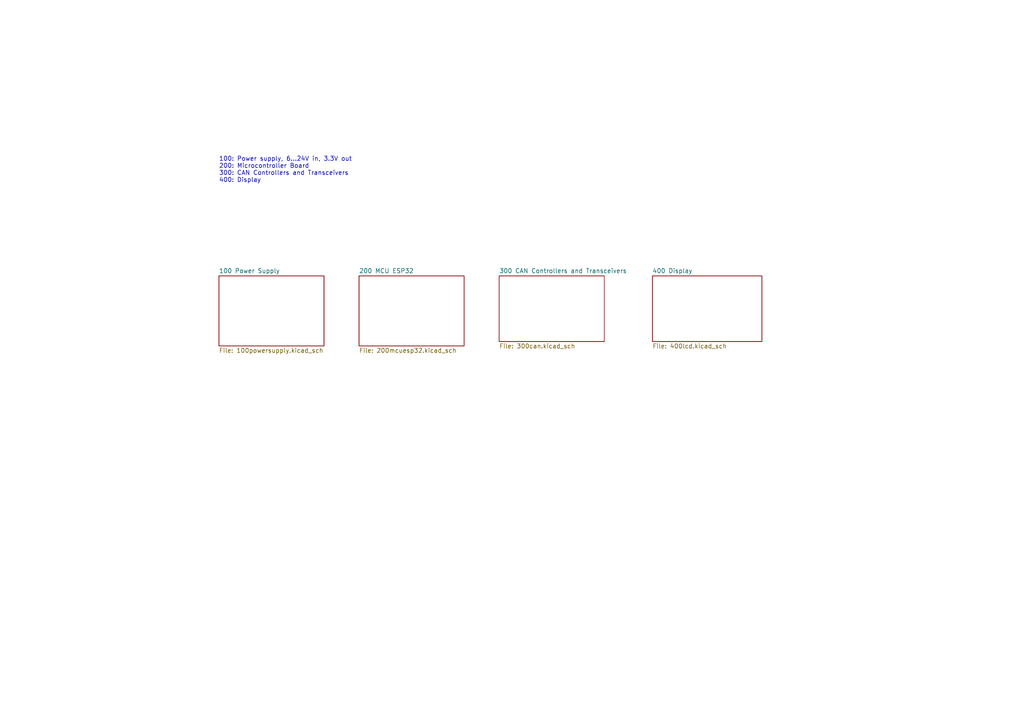
<source format=kicad_sch>
(kicad_sch
	(version 20250114)
	(generator "eeschema")
	(generator_version "9.0")
	(uuid "7fadd558-eff1-416f-a3f5-8bfc84c7a5eb")
	(paper "A4")
	(lib_symbols)
	(text "100: Power supply, 6...24V in, 3.3V out\n200: Microcontroller Board\n300: CAN Controllers and Transceivers\n400: Display"
		(exclude_from_sim no)
		(at 63.5 49.276 0)
		(effects
			(font
				(size 1.27 1.27)
			)
			(justify left)
		)
		(uuid "9726ea3b-af13-452c-b4e8-dc92de715fef")
	)
	(sheet
		(at 189.23 80.01)
		(size 31.75 19.05)
		(exclude_from_sim no)
		(in_bom yes)
		(on_board yes)
		(dnp no)
		(fields_autoplaced yes)
		(stroke
			(width 0.1524)
			(type solid)
		)
		(fill
			(color 0 0 0 0.0000)
		)
		(uuid "567332b7-208a-45c3-a56d-704aa008c32a")
		(property "Sheetname" "400 Display"
			(at 189.23 79.2984 0)
			(effects
				(font
					(size 1.27 1.27)
				)
				(justify left bottom)
			)
		)
		(property "Sheetfile" "400lcd.kicad_sch"
			(at 189.23 99.6446 0)
			(effects
				(font
					(size 1.27 1.27)
				)
				(justify left top)
			)
		)
		(instances
			(project "4F5LCD"
				(path "/7fadd558-eff1-416f-a3f5-8bfc84c7a5eb"
					(page "5")
				)
			)
		)
	)
	(sheet
		(at 63.5 80.01)
		(size 30.48 20.32)
		(exclude_from_sim no)
		(in_bom yes)
		(on_board yes)
		(dnp no)
		(fields_autoplaced yes)
		(stroke
			(width 0.1524)
			(type solid)
		)
		(fill
			(color 0 0 0 0.0000)
		)
		(uuid "6606a65e-ffea-4c9e-9184-5d5351bb8d09")
		(property "Sheetname" "100 Power Supply"
			(at 63.5 79.2984 0)
			(effects
				(font
					(size 1.27 1.27)
				)
				(justify left bottom)
			)
		)
		(property "Sheetfile" "100powersupply.kicad_sch"
			(at 63.5 100.9146 0)
			(effects
				(font
					(size 1.27 1.27)
				)
				(justify left top)
			)
		)
		(instances
			(project "4F5LCD"
				(path "/7fadd558-eff1-416f-a3f5-8bfc84c7a5eb"
					(page "2")
				)
			)
		)
	)
	(sheet
		(at 104.14 80.01)
		(size 30.48 20.32)
		(exclude_from_sim no)
		(in_bom yes)
		(on_board yes)
		(dnp no)
		(fields_autoplaced yes)
		(stroke
			(width 0.1524)
			(type solid)
		)
		(fill
			(color 0 0 0 0.0000)
		)
		(uuid "692c076d-f57f-40af-a42c-5c59276da707")
		(property "Sheetname" "200 MCU ESP32"
			(at 104.14 79.2984 0)
			(effects
				(font
					(size 1.27 1.27)
				)
				(justify left bottom)
			)
		)
		(property "Sheetfile" "200mcuesp32.kicad_sch"
			(at 104.14 100.9146 0)
			(effects
				(font
					(size 1.27 1.27)
				)
				(justify left top)
			)
		)
		(instances
			(project "4F5LCD"
				(path "/7fadd558-eff1-416f-a3f5-8bfc84c7a5eb"
					(page "3")
				)
			)
		)
	)
	(sheet
		(at 144.78 80.01)
		(size 30.48 19.05)
		(exclude_from_sim no)
		(in_bom yes)
		(on_board yes)
		(dnp no)
		(fields_autoplaced yes)
		(stroke
			(width 0.1524)
			(type solid)
		)
		(fill
			(color 0 0 0 0.0000)
		)
		(uuid "ed671423-1065-4b86-899c-58ba6638d54c")
		(property "Sheetname" "300 CAN Controllers and Transceivers"
			(at 144.78 79.2984 0)
			(effects
				(font
					(size 1.27 1.27)
				)
				(justify left bottom)
			)
		)
		(property "Sheetfile" "300can.kicad_sch"
			(at 144.78 99.6446 0)
			(effects
				(font
					(size 1.27 1.27)
				)
				(justify left top)
			)
		)
		(instances
			(project "4F5LCD"
				(path "/7fadd558-eff1-416f-a3f5-8bfc84c7a5eb"
					(page "4")
				)
			)
		)
	)
	(sheet_instances
		(path "/"
			(page "1")
		)
	)
	(embedded_fonts no)
)

</source>
